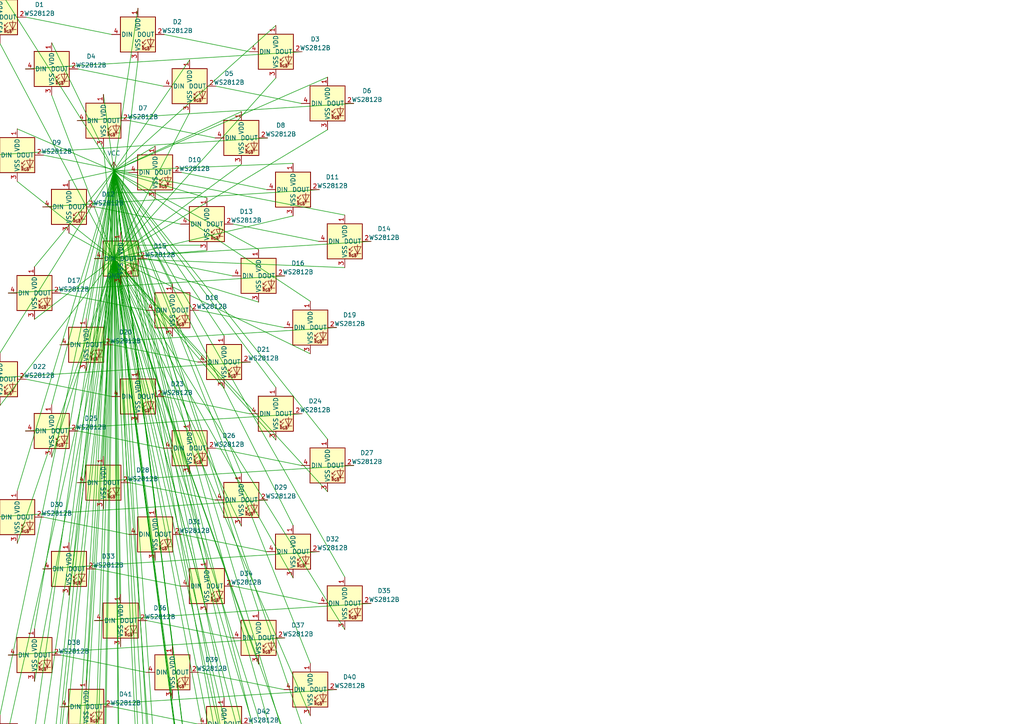
<source format=kicad_sch>
(kicad_sch (version 20231120) (generator "eeschema") (generator_version "8.0")
  (paper "A4")
  (lib_symbols
    (symbol "Connector:Conn_01x01_Pin" (pin_names (offset 1.016) hide)
      (property "Reference" "J" (at 0 2.54 0))
      (property "Value" "Conn_01x01_Pin" (at 0 -2.54 0))
      (symbol "Conn_01x01_Pin_1_1"
        (polyline (pts (xy 1.27 0) (xy 0.8636 0)) (stroke (width 0.1524)))
        (rectangle (start 0.8636 0.127) (end 0 -0.127) (stroke (width 0.1524)) (fill (type outline)))
        (pin passive line (at 5.08 0 180) (length 3.81) (name "Pin_1") (number "1"))
      )
    )
    (symbol "Connector_Generic:Conn_01x01" (pin_names (offset 1.016) hide)
      (property "Reference" "J" (at 0 2.54 0))
      (property "Value" "Conn_01x01" (at 0 -2.54 0))
      (symbol "Conn_01x01_1_1"
        (rectangle (start -1.27 0.127) (end 0 -0.127) (stroke (width 0.1524)))
        (rectangle (start -1.27 1.27) (end 1.27 -1.27) (stroke (width 0.254)) (fill (type background)))
        (pin passive line (at -5.08 0 0) (length 3.81) (name "Pin_1") (number "1"))
      )
    )
    (symbol "LED:WS2812B" (pin_names (offset 0.254))
      (property "Reference" "D" (at 5.08 5.715 0))
      (property "Value" "WS2812B" (at 1.27 -5.715 0))
      (symbol "WS2812B_0_0"
        (text "RGB" (at 2.286 -4.191 0) (effects (font (size 0.762 0.762))))
      )
      (symbol "WS2812B_0_1"
        (polyline (pts (xy 1.27 -3.556) (xy 1.778 -3.556)))
        (polyline (pts (xy 1.27 -2.54) (xy 1.778 -2.54)))
        (polyline (pts (xy 4.699 -3.556) (xy 2.667 -3.556)))
        (polyline (pts (xy 2.286 -2.54) (xy 1.27 -3.556) (xy 1.27 -3.048)))
        (polyline (pts (xy 2.286 -1.524) (xy 1.27 -2.54) (xy 1.27 -2.032)))
        (polyline (pts (xy 3.683 -1.016) (xy 3.683 -3.556) (xy 3.683 -4.064)))
        (polyline (pts (xy 4.699 -1.524) (xy 2.667 -1.524) (xy 3.683 -3.556) (xy 4.699 -1.524)))
        (rectangle (start 5.08 5.08) (end -5.08 -5.08) (stroke (width 0.254)) (fill (type background)))
      )
      (symbol "WS2812B_1_1"
        (pin power_in line (at 0 7.62 270) (length 2.54) (name "VDD") (number "1"))
        (pin output line (at 7.62 0 180) (length 2.54) (name "DOUT") (number "2"))
        (pin power_in line (at 0 -7.62 90) (length 2.54) (name "VSS") (number "3"))
        (pin input line (at -7.62 0 0) (length 2.54) (name "DIN") (number "4"))
      )
    )
    (symbol "power:GND" (power) (pin_numbers hide) (pin_names (offset 0) hide)
      (property "Value" "GND" (at 0 -3.81 0))
      (symbol "GND_0_1"
        (polyline (pts (xy 0 0) (xy 0 -1.27) (xy 1.27 -1.27) (xy 0 -2.54) (xy -1.27 -1.27) (xy 0 -1.27)))
      )
      (symbol "GND_1_1"
        (pin power_in line (at 0 0 270) (length 0) (name "~") (number "1"))
      )
    )
    (symbol "power:VCC" (power) (pin_numbers hide) (pin_names (offset 0) hide)
      (property "Value" "VCC" (at 0 3.556 0))
      (symbol "VCC_0_1"
        (polyline (pts (xy -0.762 1.27) (xy 0 2.54)))
        (polyline (pts (xy 0 0) (xy 0 2.54)))
        (polyline (pts (xy 0 2.54) (xy 0.762 1.27)))
      )
      (symbol "VCC_1_1"
        (pin power_in line (at 0 0 90) (length 0) (name "~") (number "1"))
      )
    )
  )
  (wire (pts (xy -7.62 5.08) (xy -10.16 5.08)))
  (wire (pts (xy 45 57.62) (xy 33.02 74.93)))
  (wire (pts (xy 55 122.38) (xy 33.02 49.53)))
  (wire (pts (xy 92.62 55) (xy 12.38 60)))
  (wire (pts (xy 100 77.62) (xy 33.02 74.93)))
  (wire (pts (xy 75 72.38) (xy 33.02 49.53)))
  (wire (pts (xy 20 67.62) (xy 33.02 74.93)))
  (wire (pts (xy 25 302.38) (xy 33.02 49.53)))
  (wire (pts (xy 17.62 85) (xy 42.38 90)))
  (wire (pts (xy 22.62 125) (xy 47.38 130)))
  (wire (pts (xy 70 137.38) (xy 33.02 49.53)))
  (wire (pts (xy 65 322.62) (xy 33.02 74.93)))
  (wire (pts (xy 7.62 215) (xy 32.38 220)))
  (wire (pts (xy 25 92.38) (xy 33.02 49.53)))
  (wire (pts (xy 15 27.62) (xy 33.02 74.93)))
  (wire (pts (xy 32.62 310) (xy 57.38 315)))
  (wire (pts (xy 52.62 260) (xy 77.38 265)))
  (wire (pts (xy 25 317.62) (xy 33.02 74.93)))
  (wire (pts (xy 42.62 180) (xy 67.38 185)))
  (wire (pts (xy 22.62 20) (xy 47.38 25)))
  (wire (pts (xy 12.62 255) (xy 37.38 260)))
  (wire (pts (xy 42.62 285) (xy 67.38 290)))
  (wire (pts (xy 75 282.38) (xy 33.02 49.53)))
  (wire (pts (xy 60 57.38) (xy 33.02 49.53)))
  (wire (pts (xy 45 267.62) (xy 33.02 74.93)))
  (wire (pts (xy 25 107.62) (xy 33.02 74.93)))
  (wire (pts (xy 45 147.38) (xy 33.02 49.53)))
  (wire (pts (xy 33.02 49.53) (xy 33.02 55.88)))
  (wire (pts (xy 100 287.62) (xy 33.02 74.93)))
  (wire (pts (xy 35 187.62) (xy 33.02 74.93)))
  (wire (pts (xy 65 202.38) (xy 33.02 49.53)))
  (wire (pts (xy 72.62 210) (xy -7.62 215)))
  (wire (pts (xy 37.62 245) (xy 62.38 250)))
  (wire (pts (xy 50 202.62) (xy 33.02 74.93)))
  (wire (pts (xy 82.62 290) (xy 2.38 295)))
  (wire (pts (xy 85 47.38) (xy 33.02 49.53)))
  (wire (pts (xy 30 237.38) (xy 33.02 49.53)))
  (wire (pts (xy 5 262.62) (xy 33.02 74.93)))
  (wire (pts (xy 80 22.62) (xy 33.02 74.93)))
  (wire (pts (xy 92.62 160) (xy 12.38 165)))
  (wire (pts (xy 25 197.38) (xy 33.02 49.53)))
  (wire (pts (xy 45 42.38) (xy 33.02 49.53)))
  (wire (pts (xy 67.62 170) (xy 92.38 175)))
  (wire (pts (xy 20 262.38) (xy 33.02 49.53)))
  (wire (pts (xy 90 192.38) (xy 33.02 49.53)))
  (wire (pts (xy 90 87.38) (xy 33.02 49.53)))
  (wire (pts (xy 97.62 305) (xy 17.38 310)))
  (wire (pts (xy 72.39 314.96) (xy 85.09 314.96)))
  (wire (pts (xy 32.62 100) (xy 57.38 105)))
  (wire (pts (xy 7.62 110) (xy 32.38 115)))
  (wire (pts (xy 65 112.62) (xy 33.02 74.93)))
  (wire (pts (xy 0 117.62) (xy 33.02 74.93)))
  (wire (pts (xy 85 167.62) (xy 33.02 74.93)))
  (wire (pts (xy 10 287.38) (xy 33.02 49.53)))
  (wire (pts (xy 95 247.62) (xy 33.02 74.93)))
  (wire (pts (xy 77.62 40) (xy -2.62 45)))
  (wire (pts (xy 95 232.38) (xy 33.02 49.53)))
  (wire (pts (xy 0 207.38) (xy 33.02 49.53)))
  (wire (pts (xy 5 157.62) (xy 33.02 74.93)))
  (wire (pts (xy 70 152.62) (xy 33.02 74.93)))
  (wire (pts (xy 107.62 280) (xy 27.38 285)))
  (wire (pts (xy 12.62 150) (xy 37.38 155)))
  (wire (pts (xy 75 87.62) (xy 33.02 74.93)))
  (wire (pts (xy 30 132.38) (xy 33.02 49.53)))
  (wire (pts (xy 100 167.38) (xy 33.02 49.53)))
  (wire (pts (xy 87.62 120) (xy 7.38 125)))
  (wire (pts (xy 10 77.38) (xy 33.02 49.53)))
  (wire (pts (xy 90 207.62) (xy 33.02 74.93)))
  (wire (pts (xy 15 12.38) (xy 33.02 49.53)))
  (wire (pts (xy 60 282.62) (xy 33.02 74.93)))
  (wire (pts (xy 92.62 265) (xy 12.38 270)))
  (wire (pts (xy 77.62 145) (xy -2.62 150)))
  (wire (pts (xy 30 147.62) (xy 33.02 74.93)))
  (wire (pts (xy 17.62 295) (xy 42.38 300)))
  (wire (pts (xy 40 212.38) (xy 33.02 49.53)))
  (wire (pts (xy 72.62 105) (xy -7.62 110)))
  (wire (pts (xy 42.62 75) (xy 67.38 80)))
  (wire (pts (xy 97.62 95) (xy 17.38 100)))
  (wire (pts (xy 102.62 240) (xy 22.38 245)))
  (wire (pts (xy 50 307.62) (xy 33.02 74.93)))
  (wire (pts (xy 30 27.38) (xy 33.02 49.53)))
  (wire (pts (xy 90 297.38) (xy 33.02 49.53)))
  (wire (pts (xy 95 22.38) (xy 33.02 49.53)))
  (wire (pts (xy 5 247.38) (xy 33.02 49.53)))
  (wire (pts (xy 57.62 90) (xy 82.38 95)))
  (wire (pts (xy 35 82.62) (xy 33.02 74.93)))
  (wire (pts (xy 27.62 165) (xy 52.38 170)))
  (wire (pts (xy 65 307.38) (xy 33.02 49.53)))
  (wire (pts (xy 97.62 200) (xy 17.38 205)))
  (wire (pts (xy 70 47.62) (xy 33.02 74.93)))
  (wire (pts (xy 5 142.38) (xy 33.02 49.53)))
  (wire (pts (xy 80 7.38) (xy 33.02 49.53)))
  (wire (pts (xy 40 2.38) (xy 33.02 49.53)))
  (wire (pts (xy 80 112.38) (xy 33.02 49.53)))
  (wire (pts (xy 80 217.38) (xy 33.02 49.53)))
  (wire (pts (xy 45 252.38) (xy 33.02 49.53)))
  (wire (pts (xy 55 137.62) (xy 33.02 74.93)))
  (wire (pts (xy 15 237.62) (xy 33.02 74.93)))
  (wire (pts (xy 15 222.38) (xy 33.02 49.53)))
  (wire (pts (xy 40 107.38) (xy 33.02 49.53)))
  (wire (pts (xy 85 257.38) (xy 33.02 49.53)))
  (wire (pts (xy 95 127.38) (xy 33.02 49.53)))
  (wire (pts (xy 77.62 250) (xy -2.62 255)))
  (wire (pts (xy 75 177.38) (xy 33.02 49.53)))
  (wire (pts (xy 60 177.62) (xy 33.02 74.93)))
  (wire (pts (xy 70 242.38) (xy 33.02 49.53)))
  (wire (pts (xy 0 222.62) (xy 33.02 74.93)))
  (wire (pts (xy 100 182.62) (xy 33.02 74.93)))
  (wire (pts (xy 0 102.38) (xy 33.02 49.53)))
  (wire (pts (xy 75 192.62) (xy 33.02 74.93)))
  (wire (pts (xy 7.62 5) (xy 32.38 10)))
  (wire (pts (xy 5 52.62) (xy 33.02 74.93)))
  (wire (pts (xy 17.62 190) (xy 42.38 195)))
  (wire (pts (xy 30 252.62) (xy 33.02 74.93)))
  (wire (pts (xy 95 142.62) (xy 33.02 74.93)))
  (wire (pts (xy 40 122.62) (xy 33.02 74.93)))
  (wire (pts (xy 85.09 314.96) (xy 85.09 325.12)))
  (wire (pts (xy 100 62.38) (xy 33.02 49.53)))
  (wire (pts (xy 40 17.62) (xy 33.02 74.93)))
  (wire (pts (xy 55 32.62) (xy 33.02 74.93)))
  (wire (pts (xy 45 162.62) (xy 33.02 74.93)))
  (wire (pts (xy 20 172.62) (xy 33.02 74.93)))
  (wire (pts (xy 0 12.62) (xy 33.02 74.93)))
  (wire (pts (xy 52.62 155) (xy 77.38 160)))
  (wire (pts (xy 20 157.38) (xy 33.02 49.53)))
  (wire (pts (xy 75 297.62) (xy 33.02 74.93)))
  (wire (pts (xy 27.62 60) (xy 52.38 65)))
  (wire (pts (xy 20 277.62) (xy 33.02 74.93)))
  (wire (pts (xy 27.62 270) (xy 52.38 275)))
  (wire (pts (xy 82.62 80) (xy 2.38 85)))
  (wire (pts (xy 62.62 130) (xy 87.38 135)))
  (wire (pts (xy 57.62 300) (xy 82.38 305)))
  (wire (pts (xy 95 37.62) (xy 33.02 74.93)))
  (wire (pts (xy 55 227.38) (xy 33.02 49.53)))
  (wire (pts (xy 50 97.62) (xy 33.02 74.93)))
  (wire (pts (xy 22.62 230) (xy 47.38 235)))
  (wire (pts (xy 62.62 25) (xy 87.38 30)))
  (wire (pts (xy 102.62 30) (xy 22.38 35)))
  (wire (pts (xy 10 92.62) (xy 33.02 74.93)))
  (wire (pts (xy 90 102.62) (xy 33.02 74.93)))
  (wire (pts (xy -10.16 5.08) (xy -10.16 -7.62)))
  (wire (pts (xy 65 97.38) (xy 33.02 49.53)))
  (wire (pts (xy 52.62 50) (xy 77.38 55)))
  (wire (pts (xy 57.62 195) (xy 82.38 200)))
  (wire (pts (xy 100 272.38) (xy 33.02 49.53)))
  (wire (pts (xy 58.42 55.88) (xy 33.02 55.88)))
  (wire (pts (xy 47.62 115) (xy 72.38 120)))
  (wire (pts (xy 60 162.38) (xy 33.02 49.53)))
  (wire (pts (xy 33.02 71.12) (xy 33.02 74.93)))
  (wire (pts (xy 55 17.38) (xy 33.02 49.53)))
  (wire (pts (xy 90 312.62) (xy 33.02 74.93)))
  (wire (pts (xy 25 212.62) (xy 33.02 74.93)))
  (wire (pts (xy 47.62 220) (xy 72.38 225)))
  (wire (pts (xy 67.62 275) (xy 92.38 280)))
  (wire (pts (xy 62.62 235) (xy 87.38 240)))
  (wire (pts (xy 50 292.38) (xy 33.02 49.53)))
  (wire (pts (xy 12.62 45) (xy 37.38 50)))
  (wire (pts (xy 60 267.38) (xy 33.02 49.53)))
  (wire (pts (xy 82.62 185) (xy 2.38 190)))
  (wire (pts (xy 10 197.62) (xy 33.02 74.93)))
  (wire (pts (xy 55 242.62) (xy 33.02 74.93)))
  (wire (pts (xy 20 52.38) (xy 33.02 49.53)))
  (wire (pts (xy 37.62 140) (xy 62.38 145)))
  (wire (pts (xy 15 132.62) (xy 33.02 74.93)))
  (wire (pts (xy 60 72.62) (xy 33.02 74.93)))
  (wire (pts (xy 107.62 175) (xy 27.38 180)))
  (wire (pts (xy 10 182.38) (xy 33.02 49.53)))
  (wire (pts (xy 65 217.62) (xy 33.02 74.93)))
  (wire (pts (xy 102.62 135) (xy 22.38 140)))
  (wire (pts (xy 58.42 71.12) (xy 33.02 71.12)))
  (wire (pts (xy 80 232.62) (xy 33.02 74.93)))
  (wire (pts (xy 80 127.62) (xy 33.02 74.93)))
  (wire (pts (xy 87.62 15) (xy 7.38 20)))
  (wire (pts (xy 37.62 35) (xy 62.38 40)))
  (wire (pts (xy 0 -2.62) (xy 33.02 49.53)))
  (wire (pts (xy 67.62 65) (xy 92.38 70)))
  (wire (pts (xy 85 272.62) (xy 33.02 74.93)))
  (wire (pts (xy 35 277.38) (xy 33.02 49.53)))
  (wire (pts (xy 50 82.38) (xy 33.02 49.53)))
  (wire (pts (xy 47.62 10) (xy 72.38 15)))
  (wire (pts (xy 85 152.38) (xy 33.02 49.53)))
  (wire (pts (xy 30 42.62) (xy 33.02 74.93)))
  (wire (pts (xy 35 172.38) (xy 33.02 49.53)))
  (wire (pts (xy 5 37.38) (xy 33.02 49.53)))
  (wire (pts (xy 15 117.38) (xy 33.02 49.53)))
  (wire (pts (xy 10 302.62) (xy 33.02 74.93)))
  (wire (pts (xy 35 292.62) (xy 33.02 74.93)))
  (wire (pts (xy 107.62 70) (xy 27.38 75)))
  (wire (pts (xy 70 257.62) (xy 33.02 74.93)))
  (wire (pts (xy 35 67.38) (xy 33.02 49.53)))
  (wire (pts (xy 70 32.38) (xy 33.02 49.53)))
  (wire (pts (xy 87.62 225) (xy 7.38 230)))
  (wire (pts (xy 32.62 205) (xy 57.38 210)))
  (wire (pts (xy 50 187.38) (xy 33.02 49.53)))
  (wire (pts (xy 40 227.62) (xy 33.02 74.93)))
  (wire (pts (xy 85 62.62) (xy 33.02 74.93)))
  (symbol (lib_id "LED:WS2812B") (at 65 105 0) (unit 1)
    (property "Reference" "D21" (at 76.43 101.352 0))
    (property "Value" "WS2812B" (at 76.43 103.892 0))
    (property "Footprint" "LED_SMD:LED_WS2812B_PLCC4_5.0x5.0mm_P3.2mm" (effects (hide yes)))
    (property "Datasheet" "https://cdn-shop.adafruit.com/datasheets/WS2812B.pdf" (effects (hide yes)))
    (property "Description" "RGB LED with integrated controller" (effects (hide yes)))
  )
  (symbol (lib_id "LED:WS2812B") (at 60 65 0) (unit 1)
    (property "Reference" "D13" (at 71.43 61.352 0))
    (property "Value" "WS2812B" (at 71.43 63.892 0))
    (property "Footprint" "LED_SMD:LED_WS2812B_PLCC4_5.0x5.0mm_P3.2mm" (effects (hide yes)))
    (property "Datasheet" "https://cdn-shop.adafruit.com/datasheets/WS2812B.pdf" (effects (hide yes)))
    (property "Description" "RGB LED with integrated controller" (effects (hide yes)))
  )
  (symbol (lib_id "LED:WS2812B") (at 0 5 0) (unit 1)
    (property "Reference" "D1" (at 11.43 1.352 0))
    (property "Value" "WS2812B" (at 11.43 3.892 0))
    (property "Footprint" "LED_SMD:LED_WS2812B_PLCC4_5.0x5.0mm_P3.2mm" (effects (hide yes)))
    (property "Datasheet" "https://cdn-shop.adafruit.com/datasheets/WS2812B.pdf" (effects (hide yes)))
    (property "Description" "RGB LED with integrated controller" (effects (hide yes)))
  )
  (symbol (lib_id "LED:WS2812B") (at 45 155 0) (unit 1)
    (property "Reference" "D31" (at 56.43 151.352 0))
    (property "Value" "WS2812B" (at 56.43 153.892 0))
    (property "Footprint" "LED_SMD:LED_WS2812B_PLCC4_5.0x5.0mm_P3.2mm" (effects (hide yes)))
    (property "Datasheet" "https://cdn-shop.adafruit.com/datasheets/WS2812B.pdf" (effects (hide yes)))
    (property "Description" "RGB LED with integrated controller" (effects (hide yes)))
  )
  (symbol (lib_id "LED:WS2812B") (at 30 140 0) (unit 1)
    (property "Reference" "D28" (at 41.43 136.352 0))
    (property "Value" "WS2812B" (at 41.43 138.892 0))
    (property "Footprint" "LED_SMD:LED_WS2812B_PLCC4_5.0x5.0mm_P3.2mm" (effects (hide yes)))
    (property "Datasheet" "https://cdn-shop.adafruit.com/datasheets/WS2812B.pdf" (effects (hide yes)))
    (property "Description" "RGB LED with integrated controller" (effects (hide yes)))
  )
  (symbol (lib_id "LED:WS2812B") (at 75 185 0) (unit 1)
    (property "Reference" "D37" (at 86.43 181.352 0))
    (property "Value" "WS2812B" (at 86.43 183.892 0))
    (property "Footprint" "LED_SMD:LED_WS2812B_PLCC4_5.0x5.0mm_P3.2mm" (effects (hide yes)))
    (property "Datasheet" "https://cdn-shop.adafruit.com/datasheets/WS2812B.pdf" (effects (hide yes)))
    (property "Description" "RGB LED with integrated controller" (effects (hide yes)))
  )
  (symbol (lib_id "LED:WS2812B") (at 90 305 0) (unit 1)
    (property "Reference" "D61" (at 101.43 301.352 0))
    (property "Value" "WS2812B" (at 101.43 303.892 0))
    (property "Footprint" "LED_SMD:LED_WS2812B_PLCC4_5.0x5.0mm_P3.2mm" (effects (hide yes)))
    (property "Datasheet" "https://cdn-shop.adafruit.com/datasheets/WS2812B.pdf" (effects (hide yes)))
    (property "Description" "RGB LED with integrated controller" (effects (hide yes)))
  )
  (symbol (lib_id "LED:WS2812B") (at 60 170 0) (unit 1)
    (property "Reference" "D34" (at 71.43 166.352 0))
    (property "Value" "WS2812B" (at 71.43 168.892 0))
    (property "Footprint" "LED_SMD:LED_WS2812B_PLCC4_5.0x5.0mm_P3.2mm" (effects (hide yes)))
    (property "Datasheet" "https://cdn-shop.adafruit.com/datasheets/WS2812B.pdf" (effects (hide yes)))
    (property "Description" "RGB LED with integrated controller" (effects (hide yes)))
  )
  (symbol (lib_id "LED:WS2812B") (at 80 15 0) (unit 1)
    (property "Reference" "D3" (at 91.43 11.352 0))
    (property "Value" "WS2812B" (at 91.43 13.892 0))
    (property "Footprint" "LED_SMD:LED_WS2812B_PLCC4_5.0x5.0mm_P3.2mm" (effects (hide yes)))
    (property "Datasheet" "https://cdn-shop.adafruit.com/datasheets/WS2812B.pdf" (effects (hide yes)))
    (property "Description" "RGB LED with integrated controller" (effects (hide yes)))
  )
  (symbol (lib_id "LED:WS2812B") (at 80 120 0) (unit 1)
    (property "Reference" "D24" (at 91.43 116.352 0))
    (property "Value" "WS2812B" (at 91.43 118.892 0))
    (property "Footprint" "LED_SMD:LED_WS2812B_PLCC4_5.0x5.0mm_P3.2mm" (effects (hide yes)))
    (property "Datasheet" "https://cdn-shop.adafruit.com/datasheets/WS2812B.pdf" (effects (hide yes)))
    (property "Description" "RGB LED with integrated controller" (effects (hide yes)))
  )
  (symbol (lib_id "LED:WS2812B") (at 30 35 0) (unit 1)
    (property "Reference" "D7" (at 41.43 31.352 0))
    (property "Value" "WS2812B" (at 41.43 33.892 0))
    (property "Footprint" "LED_SMD:LED_WS2812B_PLCC4_5.0x5.0mm_P3.2mm" (effects (hide yes)))
    (property "Datasheet" "https://cdn-shop.adafruit.com/datasheets/WS2812B.pdf" (effects (hide yes)))
    (property "Description" "RGB LED with integrated controller" (effects (hide yes)))
  )
  (symbol (lib_id "LED:WS2812B") (at 15 125 0) (unit 1)
    (property "Reference" "D25" (at 26.43 121.352 0))
    (property "Value" "WS2812B" (at 26.43 123.892 0))
    (property "Footprint" "LED_SMD:LED_WS2812B_PLCC4_5.0x5.0mm_P3.2mm" (effects (hide yes)))
    (property "Datasheet" "https://cdn-shop.adafruit.com/datasheets/WS2812B.pdf" (effects (hide yes)))
    (property "Description" "RGB LED with integrated controller" (effects (hide yes)))
  )
  (symbol (lib_id "LED:WS2812B") (at 100 175 0) (unit 1)
    (property "Reference" "D35" (at 111.43 171.352 0))
    (property "Value" "WS2812B" (at 111.43 173.892 0))
    (property "Footprint" "LED_SMD:LED_WS2812B_PLCC4_5.0x5.0mm_P3.2mm" (effects (hide yes)))
    (property "Datasheet" "https://cdn-shop.adafruit.com/datasheets/WS2812B.pdf" (effects (hide yes)))
    (property "Description" "RGB LED with integrated controller" (effects (hide yes)))
  )
  (symbol (lib_id "LED:WS2812B") (at 35 75 0) (unit 1)
    (property "Reference" "D15" (at 46.43 71.352 0))
    (property "Value" "WS2812B" (at 46.43 73.892 0))
    (property "Footprint" "LED_SMD:LED_WS2812B_PLCC4_5.0x5.0mm_P3.2mm" (effects (hide yes)))
    (property "Datasheet" "https://cdn-shop.adafruit.com/datasheets/WS2812B.pdf" (effects (hide yes)))
    (property "Description" "RGB LED with integrated controller" (effects (hide yes)))
  )
  (symbol (lib_id "LED:WS2812B") (at 5 45 0) (unit 1)
    (property "Reference" "D9" (at 16.43 41.352 0))
    (property "Value" "WS2812B" (at 16.43 43.892 0))
    (property "Footprint" "LED_SMD:LED_WS2812B_PLCC4_5.0x5.0mm_P3.2mm" (effects (hide yes)))
    (property "Datasheet" "https://cdn-shop.adafruit.com/datasheets/WS2812B.pdf" (effects (hide yes)))
    (property "Description" "RGB LED with integrated controller" (effects (hide yes)))
  )
  (symbol (lib_id "LED:WS2812B") (at 15 20 0) (unit 1)
    (property "Reference" "D4" (at 26.43 16.352 0))
    (property "Value" "WS2812B" (at 26.43 18.892 0))
    (property "Footprint" "LED_SMD:LED_WS2812B_PLCC4_5.0x5.0mm_P3.2mm" (effects (hide yes)))
    (property "Datasheet" "https://cdn-shop.adafruit.com/datasheets/WS2812B.pdf" (effects (hide yes)))
    (property "Description" "RGB LED with integrated controller" (effects (hide yes)))
  )
  (symbol (lib_id "LED:WS2812B") (at 25 310 0) (unit 1)
    (property "Reference" "D62" (at 36.43 306.352 0))
    (property "Value" "WS2812B" (at 36.43 308.892 0))
    (property "Footprint" "LED_SMD:LED_WS2812B_PLCC4_5.0x5.0mm_P3.2mm" (effects (hide yes)))
    (property "Datasheet" "https://cdn-shop.adafruit.com/datasheets/WS2812B.pdf" (effects (hide yes)))
    (property "Description" "RGB LED with integrated controller" (effects (hide yes)))
  )
  (symbol (lib_id "LED:WS2812B") (at 30 245 0) (unit 1)
    (property "Reference" "D49" (at 41.43 241.352 0))
    (property "Value" "WS2812B" (at 41.43 243.892 0))
    (property "Footprint" "LED_SMD:LED_WS2812B_PLCC4_5.0x5.0mm_P3.2mm" (effects (hide yes)))
    (property "Datasheet" "https://cdn-shop.adafruit.com/datasheets/WS2812B.pdf" (effects (hide yes)))
    (property "Description" "RGB LED with integrated controller" (effects (hide yes)))
  )
  (symbol (lib_id "LED:WS2812B") (at 60 275 0) (unit 1)
    (property "Reference" "D55" (at 71.43 271.352 0))
    (property "Value" "WS2812B" (at 71.43 273.892 0))
    (property "Footprint" "LED_SMD:LED_WS2812B_PLCC4_5.0x5.0mm_P3.2mm" (effects (hide yes)))
    (property "Datasheet" "https://cdn-shop.adafruit.com/datasheets/WS2812B.pdf" (effects (hide yes)))
    (property "Description" "RGB LED with integrated controller" (effects (hide yes)))
  )
  (symbol (lib_id "LED:WS2812B") (at 0 110 0) (unit 1)
    (property "Reference" "D22" (at 11.43 106.352 0))
    (property "Value" "WS2812B" (at 11.43 108.892 0))
    (property "Footprint" "LED_SMD:LED_WS2812B_PLCC4_5.0x5.0mm_P3.2mm" (effects (hide yes)))
    (property "Datasheet" "https://cdn-shop.adafruit.com/datasheets/WS2812B.pdf" (effects (hide yes)))
    (property "Description" "RGB LED with integrated controller" (effects (hide yes)))
  )
  (symbol (lib_id "LED:WS2812B") (at 5 255 0) (unit 1)
    (property "Reference" "D51" (at 16.43 251.352 0))
    (property "Value" "WS2812B" (at 16.43 253.892 0))
    (property "Footprint" "LED_SMD:LED_WS2812B_PLCC4_5.0x5.0mm_P3.2mm" (effects (hide yes)))
    (property "Datasheet" "https://cdn-shop.adafruit.com/datasheets/WS2812B.pdf" (effects (hide yes)))
    (property "Description" "RGB LED with integrated controller" (effects (hide yes)))
  )
  (symbol (lib_id "LED:WS2812B") (at 95 240 0) (unit 1)
    (property "Reference" "D48" (at 106.43 236.352 0))
    (property "Value" "WS2812B" (at 106.43 238.892 0))
    (property "Footprint" "LED_SMD:LED_WS2812B_PLCC4_5.0x5.0mm_P3.2mm" (effects (hide yes)))
    (property "Datasheet" "https://cdn-shop.adafruit.com/datasheets/WS2812B.pdf" (effects (hide yes)))
    (property "Description" "RGB LED with integrated controller" (effects (hide yes)))
  )
  (symbol (lib_id "LED:WS2812B") (at 10 190 0) (unit 1)
    (property "Reference" "D38" (at 21.43 186.352 0))
    (property "Value" "WS2812B" (at 21.43 188.892 0))
    (property "Footprint" "LED_SMD:LED_WS2812B_PLCC4_5.0x5.0mm_P3.2mm" (effects (hide yes)))
    (property "Datasheet" "https://cdn-shop.adafruit.com/datasheets/WS2812B.pdf" (effects (hide yes)))
    (property "Description" "RGB LED with integrated controller" (effects (hide yes)))
  )
  (symbol (lib_id "LED:WS2812B") (at 55 25 0) (unit 1)
    (property "Reference" "D5" (at 66.43 21.352 0))
    (property "Value" "WS2812B" (at 66.43 23.892 0))
    (property "Footprint" "LED_SMD:LED_WS2812B_PLCC4_5.0x5.0mm_P3.2mm" (effects (hide yes)))
    (property "Datasheet" "https://cdn-shop.adafruit.com/datasheets/WS2812B.pdf" (effects (hide yes)))
    (property "Description" "RGB LED with integrated controller" (effects (hide yes)))
  )
  (symbol (lib_id "LED:WS2812B") (at 65 315 0) (unit 1)
    (property "Reference" "D63" (at 76.43 311.352 0))
    (property "Value" "WS2812B" (at 75.692 312.42 0))
    (property "Footprint" "LED_SMD:LED_WS2812B_PLCC4_5.0x5.0mm_P3.2mm" (effects (hide yes)))
    (property "Datasheet" "https://cdn-shop.adafruit.com/datasheets/WS2812B.pdf" (effects (hide yes)))
    (property "Description" "RGB LED with integrated controller" (effects (hide yes)))
  )
  (symbol (lib_id "LED:WS2812B") (at 100 280 0) (unit 1)
    (property "Reference" "D56" (at 111.43 276.352 0))
    (property "Value" "WS2812B" (at 111.43 278.892 0))
    (property "Footprint" "LED_SMD:LED_WS2812B_PLCC4_5.0x5.0mm_P3.2mm" (effects (hide yes)))
    (property "Datasheet" "https://cdn-shop.adafruit.com/datasheets/WS2812B.pdf" (effects (hide yes)))
    (property "Description" "RGB LED with integrated controller" (effects (hide yes)))
  )
  (symbol (lib_id "LED:WS2812B") (at 90 95 0) (unit 1)
    (property "Reference" "D19" (at 101.43 91.352 0))
    (property "Value" "WS2812B" (at 101.43 93.892 0))
    (property "Footprint" "LED_SMD:LED_WS2812B_PLCC4_5.0x5.0mm_P3.2mm" (effects (hide yes)))
    (property "Datasheet" "https://cdn-shop.adafruit.com/datasheets/WS2812B.pdf" (effects (hide yes)))
    (property "Description" "RGB LED with integrated controller" (effects (hide yes)))
  )
  (symbol (lib_id "LED:WS2812B") (at 5 150 0) (unit 1)
    (property "Reference" "D30" (at 16.43 146.352 0))
    (property "Value" "WS2812B" (at 16.43 148.892 0))
    (property "Footprint" "LED_SMD:LED_WS2812B_PLCC4_5.0x5.0mm_P3.2mm" (effects (hide yes)))
    (property "Datasheet" "https://cdn-shop.adafruit.com/datasheets/WS2812B.pdf" (effects (hide yes)))
    (property "Description" "RGB LED with integrated controller" (effects (hide yes)))
  )
  (symbol (lib_id "LED:WS2812B") (at 35 180 0) (unit 1)
    (property "Reference" "D36" (at 46.43 176.352 0))
    (property "Value" "WS2812B" (at 46.43 178.892 0))
    (property "Footprint" "LED_SMD:LED_WS2812B_PLCC4_5.0x5.0mm_P3.2mm" (effects (hide yes)))
    (property "Datasheet" "https://cdn-shop.adafruit.com/datasheets/WS2812B.pdf" (effects (hide yes)))
    (property "Description" "RGB LED with integrated controller" (effects (hide yes)))
  )
  (symbol (lib_id "LED:WS2812B") (at 40 115 0) (unit 1)
    (property "Reference" "D23" (at 51.43 111.352 0))
    (property "Value" "WS2812B" (at 51.43 113.892 0))
    (property "Footprint" "LED_SMD:LED_WS2812B_PLCC4_5.0x5.0mm_P3.2mm" (effects (hide yes)))
    (property "Datasheet" "https://cdn-shop.adafruit.com/datasheets/WS2812B.pdf" (effects (hide yes)))
    (property "Description" "RGB LED with integrated controller" (effects (hide yes)))
  )
  (symbol (lib_id "LED:WS2812B") (at 40 220 0) (unit 1)
    (property "Reference" "D44" (at 51.43 216.352 0))
    (property "Value" "WS2812B" (at 51.43 218.892 0))
    (property "Footprint" "LED_SMD:LED_WS2812B_PLCC4_5.0x5.0mm_P3.2mm" (effects (hide yes)))
    (property "Datasheet" "https://cdn-shop.adafruit.com/datasheets/WS2812B.pdf" (effects (hide yes)))
    (property "Description" "RGB LED with integrated controller" (effects (hide yes)))
  )
  (symbol (lib_id "LED:WS2812B") (at 25 205 0) (unit 1)
    (property "Reference" "D41" (at 36.43 201.352 0))
    (property "Value" "WS2812B" (at 36.43 203.892 0))
    (property "Footprint" "LED_SMD:LED_WS2812B_PLCC4_5.0x5.0mm_P3.2mm" (effects (hide yes)))
    (property "Datasheet" "https://cdn-shop.adafruit.com/datasheets/WS2812B.pdf" (effects (hide yes)))
    (property "Description" "RGB LED with integrated controller" (effects (hide yes)))
  )
  (symbol (lib_id "LED:WS2812B") (at 40 10 0) (unit 1)
    (property "Reference" "D2" (at 51.43 6.352 0))
    (property "Value" "WS2812B" (at 51.43 8.892 0))
    (property "Footprint" "LED_SMD:LED_WS2812B_PLCC4_5.0x5.0mm_P3.2mm" (effects (hide yes)))
    (property "Datasheet" "https://cdn-shop.adafruit.com/datasheets/WS2812B.pdf" (effects (hide yes)))
    (property "Description" "RGB LED with integrated controller" (effects (hide yes)))
  )
  (symbol (lib_id "LED:WS2812B") (at 10 295 0) (unit 1)
    (property "Reference" "D59" (at 21.43 291.352 0))
    (property "Value" "WS2812B" (at 21.43 293.892 0))
    (property "Footprint" "LED_SMD:LED_WS2812B_PLCC4_5.0x5.0mm_P3.2mm" (effects (hide yes)))
    (property "Datasheet" "https://cdn-shop.adafruit.com/datasheets/WS2812B.pdf" (effects (hide yes)))
    (property "Description" "RGB LED with integrated controller" (effects (hide yes)))
  )
  (symbol (lib_id "LED:WS2812B") (at 85 55 0) (unit 1)
    (property "Reference" "D11" (at 96.43 51.352 0))
    (property "Value" "WS2812B" (at 96.43 53.892 0))
    (property "Footprint" "LED_SMD:LED_WS2812B_PLCC4_5.0x5.0mm_P3.2mm" (effects (hide yes)))
    (property "Datasheet" "https://cdn-shop.adafruit.com/datasheets/WS2812B.pdf" (effects (hide yes)))
    (property "Description" "RGB LED with integrated controller" (effects (hide yes)))
  )
  (symbol (lib_id "Connector:Conn_01x01_Pin") (at 80.01 325.12 0) (unit 1)
    (property "Reference" "J2" (at 80.645 320.04 0))
    (property "Value" "Conn_01x01_Pin" (at 80.645 322.58 0))
    (property "Description" "Generic connector, single row, 01x01, script generated" (effects (hide yes)))
  )
  (symbol (lib_id "LED:WS2812B") (at 20 165 0) (unit 1)
    (property "Reference" "D33" (at 31.43 161.352 0))
    (property "Value" "WS2812B" (at 31.43 163.892 0))
    (property "Footprint" "LED_SMD:LED_WS2812B_PLCC4_5.0x5.0mm_P3.2mm" (effects (hide yes)))
    (property "Datasheet" "https://cdn-shop.adafruit.com/datasheets/WS2812B.pdf" (effects (hide yes)))
    (property "Description" "RGB LED with integrated controller" (effects (hide yes)))
  )
  (symbol (lib_id "LED:WS2812B") (at 25 100 0) (unit 1)
    (property "Reference" "D20" (at 36.43 96.352 0))
    (property "Value" "WS2812B" (at 36.43 98.892 0))
    (property "Footprint" "LED_SMD:LED_WS2812B_PLCC4_5.0x5.0mm_P3.2mm" (effects (hide yes)))
    (property "Datasheet" "https://cdn-shop.adafruit.com/datasheets/WS2812B.pdf" (effects (hide yes)))
    (property "Description" "RGB LED with integrated controller" (effects (hide yes)))
  )
  (symbol (lib_id "LED:WS2812B") (at 20 270 0) (unit 1)
    (property "Reference" "D54" (at 31.43 266.352 0))
    (property "Value" "WS2812B" (at 31.43 268.892 0))
    (property "Footprint" "LED_SMD:LED_WS2812B_PLCC4_5.0x5.0mm_P3.2mm" (effects (hide yes)))
    (property "Datasheet" "https://cdn-shop.adafruit.com/datasheets/WS2812B.pdf" (effects (hide yes)))
    (property "Description" "RGB LED with integrated controller" (effects (hide yes)))
  )
  (symbol (lib_id "LED:WS2812B") (at 75 80 0) (unit 1)
    (property "Reference" "D16" (at 86.43 76.352 0))
    (property "Value" "WS2812B" (at 86.43 78.892 0))
    (property "Footprint" "LED_SMD:LED_WS2812B_PLCC4_5.0x5.0mm_P3.2mm" (effects (hide yes)))
    (property "Datasheet" "https://cdn-shop.adafruit.com/datasheets/WS2812B.pdf" (effects (hide yes)))
    (property "Description" "RGB LED with integrated controller" (effects (hide yes)))
  )
  (symbol (lib_id "LED:WS2812B") (at 95 135 0) (unit 1)
    (property "Reference" "D27" (at 106.43 131.352 0))
    (property "Value" "WS2812B" (at 106.43 133.892 0))
    (property "Footprint" "LED_SMD:LED_WS2812B_PLCC4_5.0x5.0mm_P3.2mm" (effects (hide yes)))
    (property "Datasheet" "https://cdn-shop.adafruit.com/datasheets/WS2812B.pdf" (effects (hide yes)))
    (property "Description" "RGB LED with integrated controller" (effects (hide yes)))
  )
  (symbol (lib_id "LED:WS2812B") (at 75 290 0) (unit 1)
    (property "Reference" "D58" (at 86.43 286.352 0))
    (property "Value" "WS2812B" (at 86.43 288.892 0))
    (property "Footprint" "LED_SMD:LED_WS2812B_PLCC4_5.0x5.0mm_P3.2mm" (effects (hide yes)))
    (property "Datasheet" "https://cdn-shop.adafruit.com/datasheets/WS2812B.pdf" (effects (hide yes)))
    (property "Description" "RGB LED with integrated controller" (effects (hide yes)))
  )
  (symbol (lib_id "LED:WS2812B") (at 15 230 0) (unit 1)
    (property "Reference" "D46" (at 26.43 226.352 0))
    (property "Value" "WS2812B" (at 26.43 228.892 0))
    (property "Footprint" "LED_SMD:LED_WS2812B_PLCC4_5.0x5.0mm_P3.2mm" (effects (hide yes)))
    (property "Datasheet" "https://cdn-shop.adafruit.com/datasheets/WS2812B.pdf" (effects (hide yes)))
    (property "Description" "RGB LED with integrated controller" (effects (hide yes)))
  )
  (symbol (lib_id "power:GND") (at 33.02 74.93 0) (unit 1)
    (property "Reference" "#PWR01" (effects (hide yes)))
    (property "Value" "GND" (at 33.02 80.01 0))
    (property "Description" "Power symbol creates a global label with name \"GND\" , ground" (effects (hide yes)))
  )
  (symbol (lib_id "LED:WS2812B") (at 50 195 0) (unit 1)
    (property "Reference" "D39" (at 61.43 191.352 0))
    (property "Value" "WS2812B" (at 61.43 193.892 0))
    (property "Footprint" "LED_SMD:LED_WS2812B_PLCC4_5.0x5.0mm_P3.2mm" (effects (hide yes)))
    (property "Datasheet" "https://cdn-shop.adafruit.com/datasheets/WS2812B.pdf" (effects (hide yes)))
    (property "Description" "RGB LED with integrated controller" (effects (hide yes)))
  )
  (symbol (lib_id "LED:WS2812B") (at 65 210 0) (unit 1)
    (property "Reference" "D42" (at 76.43 206.352 0))
    (property "Value" "WS2812B" (at 76.43 208.892 0))
    (property "Footprint" "LED_SMD:LED_WS2812B_PLCC4_5.0x5.0mm_P3.2mm" (effects (hide yes)))
    (property "Datasheet" "https://cdn-shop.adafruit.com/datasheets/WS2812B.pdf" (effects (hide yes)))
    (property "Description" "RGB LED with integrated controller" (effects (hide yes)))
  )
  (symbol (lib_id "LED:WS2812B") (at 100 70 0) (unit 1)
    (property "Reference" "D14" (at 111.43 66.352 0))
    (property "Value" "WS2812B" (at 111.43 68.892 0))
    (property "Footprint" "LED_SMD:LED_WS2812B_PLCC4_5.0x5.0mm_P3.2mm" (effects (hide yes)))
    (property "Datasheet" "https://cdn-shop.adafruit.com/datasheets/WS2812B.pdf" (effects (hide yes)))
    (property "Description" "RGB LED with integrated controller" (effects (hide yes)))
  )
  (symbol (lib_id "LED:WS2812B") (at 80 225 0) (unit 1)
    (property "Reference" "D45" (at 91.43 221.352 0))
    (property "Value" "WS2812B" (at 91.43 223.892 0))
    (property "Footprint" "LED_SMD:LED_WS2812B_PLCC4_5.0x5.0mm_P3.2mm" (effects (hide yes)))
    (property "Datasheet" "https://cdn-shop.adafruit.com/datasheets/WS2812B.pdf" (effects (hide yes)))
    (property "Description" "RGB LED with integrated controller" (effects (hide yes)))
  )
  (symbol (lib_id "LED:WS2812B") (at 10 85 0) (unit 1)
    (property "Reference" "D17" (at 21.43 81.352 0))
    (property "Value" "WS2812B" (at 21.43 83.892 0))
    (property "Footprint" "LED_SMD:LED_WS2812B_PLCC4_5.0x5.0mm_P3.2mm" (effects (hide yes)))
    (property "Datasheet" "https://cdn-shop.adafruit.com/datasheets/WS2812B.pdf" (effects (hide yes)))
    (property "Description" "RGB LED with integrated controller" (effects (hide yes)))
  )
  (symbol (lib_id "LED:WS2812B") (at 20 60 0) (unit 1)
    (property "Reference" "D12" (at 31.43 56.352 0))
    (property "Value" "WS2812B" (at 31.43 58.892 0))
    (property "Footprint" "LED_SMD:LED_WS2812B_PLCC4_5.0x5.0mm_P3.2mm" (effects (hide yes)))
    (property "Datasheet" "https://cdn-shop.adafruit.com/datasheets/WS2812B.pdf" (effects (hide yes)))
    (property "Description" "RGB LED with integrated controller" (effects (hide yes)))
  )
  (symbol (lib_id "LED:WS2812B") (at 70 145 0) (unit 1)
    (property "Reference" "D29" (at 81.43 141.352 0))
    (property "Value" "WS2812B" (at 81.43 143.892 0))
    (property "Footprint" "LED_SMD:LED_WS2812B_PLCC4_5.0x5.0mm_P3.2mm" (effects (hide yes)))
    (property "Datasheet" "https://cdn-shop.adafruit.com/datasheets/WS2812B.pdf" (effects (hide yes)))
    (property "Description" "RGB LED with integrated controller" (effects (hide yes)))
  )
  (symbol (lib_id "LED:WS2812B") (at 45 50 0) (unit 1)
    (property "Reference" "D10" (at 56.43 46.352 0))
    (property "Value" "WS2812B" (at 56.43 48.892 0))
    (property "Footprint" "LED_SMD:LED_WS2812B_PLCC4_5.0x5.0mm_P3.2mm" (effects (hide yes)))
    (property "Datasheet" "https://cdn-shop.adafruit.com/datasheets/WS2812B.pdf" (effects (hide yes)))
    (property "Description" "RGB LED with integrated controller" (effects (hide yes)))
  )
  (symbol (lib_id "LED:WS2812B") (at 70 40 0) (unit 1)
    (property "Reference" "D8" (at 81.43 36.352 0))
    (property "Value" "WS2812B" (at 81.43 38.892 0))
    (property "Footprint" "LED_SMD:LED_WS2812B_PLCC4_5.0x5.0mm_P3.2mm" (effects (hide yes)))
    (property "Datasheet" "https://cdn-shop.adafruit.com/datasheets/WS2812B.pdf" (effects (hide yes)))
    (property "Description" "RGB LED with integrated controller" (effects (hide yes)))
  )
  (symbol (lib_id "LED:WS2812B") (at 0 215 0) (unit 1)
    (property "Reference" "D43" (at 11.43 211.352 0))
    (property "Value" "WS2812B" (at 11.43 213.892 0))
    (property "Footprint" "LED_SMD:LED_WS2812B_PLCC4_5.0x5.0mm_P3.2mm" (effects (hide yes)))
    (property "Datasheet" "https://cdn-shop.adafruit.com/datasheets/WS2812B.pdf" (effects (hide yes)))
    (property "Description" "RGB LED with integrated controller" (effects (hide yes)))
  )
  (symbol (lib_id "LED:WS2812B") (at 55 235 0) (unit 1)
    (property "Reference" "D47" (at 66.43 231.352 0))
    (property "Value" "WS2812B" (at 66.43 233.892 0))
    (property "Footprint" "LED_SMD:LED_WS2812B_PLCC4_5.0x5.0mm_P3.2mm" (effects (hide yes)))
    (property "Datasheet" "https://cdn-shop.adafruit.com/datasheets/WS2812B.pdf" (effects (hide yes)))
    (property "Description" "RGB LED with integrated controller" (effects (hide yes)))
  )
  (symbol (lib_id "LED:WS2812B") (at 50 300 0) (unit 1)
    (property "Reference" "D60" (at 61.43 296.352 0))
    (property "Value" "WS2812B" (at 61.43 298.892 0))
    (property "Footprint" "LED_SMD:LED_WS2812B_PLCC4_5.0x5.0mm_P3.2mm" (effects (hide yes)))
    (property "Datasheet" "https://cdn-shop.adafruit.com/datasheets/WS2812B.pdf" (effects (hide yes)))
    (property "Description" "RGB LED with integrated controller" (effects (hide yes)))
  )
  (symbol (lib_id "Connector_Generic:Conn_01x01") (at -5.08 -7.62 0) (unit 1)
    (property "Reference" "J1" (at -1.27 -8.8901 0) (effects (justify left)))
    (property "Value" "Conn_01x01" (at -1.27 -6.3501 0) (effects (justify left)))
    (property "Description" "Generic connector, single row, 01x01, script generated (kicad-library-utils/schlib/autogen/connector/)" (effects (hide yes)))
  )
  (symbol (lib_id "LED:WS2812B") (at 85 265 0) (unit 1)
    (property "Reference" "D53" (at 96.43 261.352 0))
    (property "Value" "WS2812B" (at 96.43 263.892 0))
    (property "Footprint" "LED_SMD:LED_WS2812B_PLCC4_5.0x5.0mm_P3.2mm" (effects (hide yes)))
    (property "Datasheet" "https://cdn-shop.adafruit.com/datasheets/WS2812B.pdf" (effects (hide yes)))
    (property "Description" "RGB LED with integrated controller" (effects (hide yes)))
  )
  (symbol (lib_id "LED:WS2812B") (at 50 90 0) (unit 1)
    (property "Reference" "D18" (at 61.43 86.352 0))
    (property "Value" "WS2812B" (at 61.43 88.892 0))
    (property "Footprint" "LED_SMD:LED_WS2812B_PLCC4_5.0x5.0mm_P3.2mm" (effects (hide yes)))
    (property "Datasheet" "https://cdn-shop.adafruit.com/datasheets/WS2812B.pdf" (effects (hide yes)))
    (property "Description" "RGB LED with integrated controller" (effects (hide yes)))
  )
  (symbol (lib_id "LED:WS2812B") (at 55 130 0) (unit 1)
    (property "Reference" "D26" (at 66.43 126.352 0))
    (property "Value" "WS2812B" (at 66.43 128.892 0))
    (property "Footprint" "LED_SMD:LED_WS2812B_PLCC4_5.0x5.0mm_P3.2mm" (effects (hide yes)))
    (property "Datasheet" "https://cdn-shop.adafruit.com/datasheets/WS2812B.pdf" (effects (hide yes)))
    (property "Description" "RGB LED with integrated controller" (effects (hide yes)))
  )
  (symbol (lib_id "LED:WS2812B") (at 85 160 0) (unit 1)
    (property "Reference" "D32" (at 96.43 156.352 0))
    (property "Value" "WS2812B" (at 96.43 158.892 0))
    (property "Footprint" "LED_SMD:LED_WS2812B_PLCC4_5.0x5.0mm_P3.2mm" (effects (hide yes)))
    (property "Datasheet" "https://cdn-shop.adafruit.com/datasheets/WS2812B.pdf" (effects (hide yes)))
    (property "Description" "RGB LED with integrated controller" (effects (hide yes)))
  )
  (symbol (lib_id "LED:WS2812B") (at 90 200 0) (unit 1)
    (property "Reference" "D40" (at 101.43 196.352 0))
    (property "Value" "WS2812B" (at 101.43 198.892 0))
    (property "Footprint" "LED_SMD:LED_WS2812B_PLCC4_5.0x5.0mm_P3.2mm" (effects (hide yes)))
    (property "Datasheet" "https://cdn-shop.adafruit.com/datasheets/WS2812B.pdf" (effects (hide yes)))
    (property "Description" "RGB LED with integrated controller" (effects (hide yes)))
  )
  (symbol (lib_id "LED:WS2812B") (at 45 260 0) (unit 1)
    (property "Reference" "D52" (at 56.43 256.352 0))
    (property "Value" "WS2812B" (at 56.43 258.892 0))
    (property "Footprint" "LED_SMD:LED_WS2812B_PLCC4_5.0x5.0mm_P3.2mm" (effects (hide yes)))
    (property "Datasheet" "https://cdn-shop.adafruit.com/datasheets/WS2812B.pdf" (effects (hide yes)))
    (property "Description" "RGB LED with integrated controller" (effects (hide yes)))
  )
  (symbol (lib_id "LED:WS2812B") (at 70 250 0) (unit 1)
    (property "Reference" "D50" (at 81.43 246.352 0))
    (property "Value" "WS2812B" (at 81.43 248.892 0))
    (property "Footprint" "LED_SMD:LED_WS2812B_PLCC4_5.0x5.0mm_P3.2mm" (effects (hide yes)))
    (property "Datasheet" "https://cdn-shop.adafruit.com/datasheets/WS2812B.pdf" (effects (hide yes)))
    (property "Description" "RGB LED with integrated controller" (effects (hide yes)))
  )
  (symbol (lib_id "LED:WS2812B") (at 35 285 0) (unit 1)
    (property "Reference" "D57" (at 46.43 281.352 0))
    (property "Value" "WS2812B" (at 46.43 283.892 0))
    (property "Footprint" "LED_SMD:LED_WS2812B_PLCC4_5.0x5.0mm_P3.2mm" (effects (hide yes)))
    (property "Datasheet" "https://cdn-shop.adafruit.com/datasheets/WS2812B.pdf" (effects (hide yes)))
    (property "Description" "RGB LED with integrated controller" (effects (hide yes)))
  )
  (symbol (lib_id "LED:WS2812B") (at 95 30 0) (unit 1)
    (property "Reference" "D6" (at 106.43 26.352 0))
    (property "Value" "WS2812B" (at 106.43 28.892 0))
    (property "Footprint" "LED_SMD:LED_WS2812B_PLCC4_5.0x5.0mm_P3.2mm" (effects (hide yes)))
    (property "Datasheet" "https://cdn-shop.adafruit.com/datasheets/WS2812B.pdf" (effects (hide yes)))
    (property "Description" "RGB LED with integrated controller" (effects (hide yes)))
  )
  (symbol (lib_id "power:VCC") (at 33.02 49.53 0) (unit 1)
    (property "Reference" "#PWR02" (effects (hide yes)))
    (property "Value" "VCC" (at 33.02 44.45 0))
    (property "Description" "Power symbol creates a global label with name \"VCC\"" (effects (hide yes)))
  )
)
</source>
